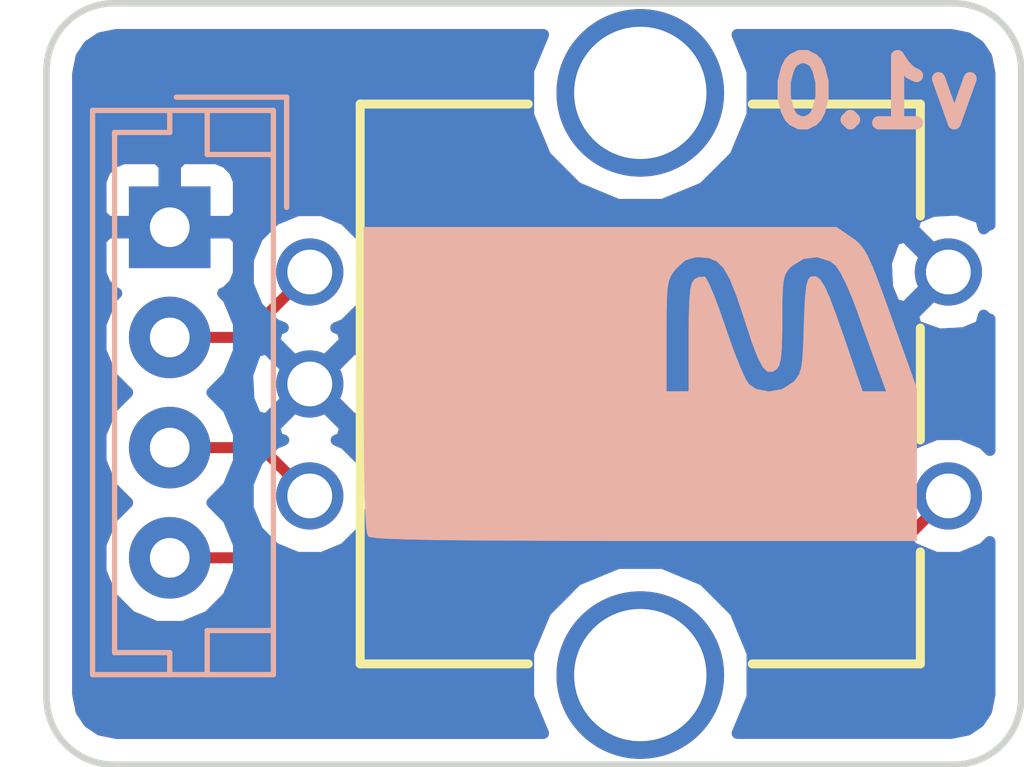
<source format=kicad_pcb>
(kicad_pcb (version 4) (host pcbnew 4.0.7)

  (general
    (links 5)
    (no_connects 0)
    (area 155.626999 126.416999 177.875001 143.839001)
    (thickness 1.6)
    (drawings 9)
    (tracks 7)
    (zones 0)
    (modules 3)
    (nets 5)
  )

  (page A4)
  (layers
    (0 F.Cu signal)
    (31 B.Cu signal)
    (32 B.Adhes user)
    (33 F.Adhes user)
    (34 B.Paste user)
    (35 F.Paste user)
    (36 B.SilkS user)
    (37 F.SilkS user)
    (38 B.Mask user)
    (39 F.Mask user)
    (40 Dwgs.User user)
    (41 Cmts.User user)
    (42 Eco1.User user)
    (43 Eco2.User user)
    (44 Edge.Cuts user)
    (45 Margin user)
    (46 B.CrtYd user)
    (47 F.CrtYd user)
    (48 B.Fab user)
    (49 F.Fab user)
  )

  (setup
    (last_trace_width 0.25)
    (trace_clearance 0.2)
    (zone_clearance 0.508)
    (zone_45_only no)
    (trace_min 0.2)
    (segment_width 0.2)
    (edge_width 0.15)
    (via_size 0.6)
    (via_drill 0.4)
    (via_min_size 0.4)
    (via_min_drill 0.3)
    (uvia_size 0.3)
    (uvia_drill 0.1)
    (uvias_allowed no)
    (uvia_min_size 0.2)
    (uvia_min_drill 0.1)
    (pcb_text_width 0.3)
    (pcb_text_size 1.5 1.5)
    (mod_edge_width 0.15)
    (mod_text_size 1 1)
    (mod_text_width 0.15)
    (pad_size 3.8 3.8)
    (pad_drill 3)
    (pad_to_mask_clearance 0.2)
    (aux_axis_origin 0 0)
    (visible_elements FFFCFF7F)
    (pcbplotparams
      (layerselection 0x00030_80000001)
      (usegerberextensions false)
      (excludeedgelayer true)
      (linewidth 0.100000)
      (plotframeref false)
      (viasonmask false)
      (mode 1)
      (useauxorigin false)
      (hpglpennumber 1)
      (hpglpenspeed 20)
      (hpglpendiameter 15)
      (hpglpenoverlay 2)
      (psnegative false)
      (psa4output false)
      (plotreference true)
      (plotvalue true)
      (plotinvisibletext false)
      (padsonsilk false)
      (subtractmaskfromsilk false)
      (outputformat 1)
      (mirror false)
      (drillshape 1)
      (scaleselection 1)
      (outputdirectory ""))
  )

  (net 0 "")
  (net 1 GND)
  (net 2 "Net-(J1-Pad2)")
  (net 3 "Net-(J1-Pad3)")
  (net 4 "Net-(J1-Pad4)")

  (net_class Default "This is the default net class."
    (clearance 0.2)
    (trace_width 0.25)
    (via_dia 0.6)
    (via_drill 0.4)
    (uvia_dia 0.3)
    (uvia_drill 0.1)
    (add_net GND)
    (add_net "Net-(J1-Pad2)")
    (add_net "Net-(J1-Pad3)")
    (add_net "Net-(J1-Pad4)")
  )

  (module Connectors_JST:JST_EH_B04B-EH-A_04x2.50mm_Straight (layer B.Cu) (tedit 5A651626) (tstamp 5A6511BE)
    (at 158.496 131.572 270)
    (descr "JST EH series connector, B04B-EH-A, 2.50mm pitch, top entry")
    (tags "connector jst eh top vertical straight")
    (path /5A650D5A)
    (fp_text reference J1 (at 3.75 3 270) (layer B.SilkS) hide
      (effects (font (size 1 1) (thickness 0.15)) (justify mirror))
    )
    (fp_text value Conn_01x04 (at 3.75 -3.5 270) (layer B.Fab)
      (effects (font (size 1 1) (thickness 0.15)) (justify mirror))
    )
    (fp_text user %R (at 3.75 3 270) (layer B.Fab)
      (effects (font (size 1 1) (thickness 0.15)) (justify mirror))
    )
    (fp_line (start -2.5 1.6) (end -2.5 -2.2) (layer B.Fab) (width 0.1))
    (fp_line (start -2.5 -2.2) (end 10 -2.2) (layer B.Fab) (width 0.1))
    (fp_line (start 10 -2.2) (end 10 1.6) (layer B.Fab) (width 0.1))
    (fp_line (start 10 1.6) (end -2.5 1.6) (layer B.Fab) (width 0.1))
    (fp_line (start -2.65 1.75) (end -2.65 -2.35) (layer B.SilkS) (width 0.12))
    (fp_line (start -2.65 -2.35) (end 10.15 -2.35) (layer B.SilkS) (width 0.12))
    (fp_line (start 10.15 -2.35) (end 10.15 1.75) (layer B.SilkS) (width 0.12))
    (fp_line (start 10.15 1.75) (end -2.65 1.75) (layer B.SilkS) (width 0.12))
    (fp_line (start -2.65 0) (end -2.15 0) (layer B.SilkS) (width 0.12))
    (fp_line (start -2.15 0) (end -2.15 1.25) (layer B.SilkS) (width 0.12))
    (fp_line (start -2.15 1.25) (end 9.65 1.25) (layer B.SilkS) (width 0.12))
    (fp_line (start 9.65 1.25) (end 9.65 0) (layer B.SilkS) (width 0.12))
    (fp_line (start 9.65 0) (end 10.15 0) (layer B.SilkS) (width 0.12))
    (fp_line (start -2.65 -0.85) (end -1.65 -0.85) (layer B.SilkS) (width 0.12))
    (fp_line (start -1.65 -0.85) (end -1.65 -2.35) (layer B.SilkS) (width 0.12))
    (fp_line (start 10.15 -0.85) (end 9.15 -0.85) (layer B.SilkS) (width 0.12))
    (fp_line (start 9.15 -0.85) (end 9.15 -2.35) (layer B.SilkS) (width 0.12))
    (fp_line (start -2.95 -0.15) (end -2.95 -2.65) (layer B.SilkS) (width 0.12))
    (fp_line (start -2.95 -2.65) (end -0.45 -2.65) (layer B.SilkS) (width 0.12))
    (fp_line (start -2.95 -0.15) (end -2.95 -2.65) (layer B.Fab) (width 0.1))
    (fp_line (start -2.95 -2.65) (end -0.45 -2.65) (layer B.Fab) (width 0.1))
    (fp_line (start -3.15 2.25) (end -3.15 -2.85) (layer B.CrtYd) (width 0.05))
    (fp_line (start -3.15 -2.85) (end 10.65 -2.85) (layer B.CrtYd) (width 0.05))
    (fp_line (start 10.65 -2.85) (end 10.65 2.25) (layer B.CrtYd) (width 0.05))
    (fp_line (start 10.65 2.25) (end -3.15 2.25) (layer B.CrtYd) (width 0.05))
    (pad 1 thru_hole rect (at 0 0 270) (size 1.85 1.85) (drill 0.9) (layers *.Cu *.Mask)
      (net 1 GND))
    (pad 2 thru_hole circle (at 2.5 0 270) (size 1.85 1.85) (drill 0.9) (layers *.Cu *.Mask)
      (net 2 "Net-(J1-Pad2)"))
    (pad 3 thru_hole circle (at 5 0 270) (size 1.85 1.85) (drill 0.9) (layers *.Cu *.Mask)
      (net 3 "Net-(J1-Pad3)"))
    (pad 4 thru_hole circle (at 7.5 0 270) (size 1.85 1.85) (drill 0.9) (layers *.Cu *.Mask)
      (net 4 "Net-(J1-Pad4)"))
    (model Connectors_JST.3dshapes/JST_EH_B04B-EH-A_04x2.50mm_Straight.wrl
      (at (xyz 0 0 0))
      (scale (xyz 1 1 1))
      (rotate (xyz 0 0 0))
    )
  )

  (module Switches:ROTARY_ENC_PLAIN (layer F.Cu) (tedit 5A6516A8) (tstamp 5A6512ED)
    (at 169.164 135.128 180)
    (descr "ROTARY ENCODER W/ SELECT SWITCH")
    (tags "ROTARY ENCODER W/ SELECT SWITCH")
    (path /5A65126A)
    (attr virtual)
    (fp_text reference S1 (at 3.81 -6.985 180) (layer F.SilkS) hide
      (effects (font (size 0.6096 0.6096) (thickness 0.127)))
    )
    (fp_text value ENCODER-SWITCH (at 3.81 6.985 180) (layer F.SilkS) hide
      (effects (font (size 0.6096 0.6096) (thickness 0.127)))
    )
    (fp_line (start -6.35 -6.35) (end -2.54 -6.35) (layer F.SilkS) (width 0.2032))
    (fp_line (start 2.54 -6.35) (end 6.35 -6.35) (layer F.SilkS) (width 0.2032))
    (fp_line (start 6.35 -6.35) (end 6.35 6.35) (layer F.SilkS) (width 0.2032))
    (fp_line (start 6.35 6.35) (end 2.54 6.35) (layer F.SilkS) (width 0.2032))
    (fp_line (start -2.54 6.35) (end -6.35 6.35) (layer F.SilkS) (width 0.2032))
    (fp_line (start -6.35 6.35) (end -6.35 3.81) (layer F.SilkS) (width 0.2032))
    (fp_line (start -6.35 -6.35) (end -6.35 -3.81) (layer F.SilkS) (width 0.2032))
    (fp_line (start -6.35 -1.27) (end -6.35 1.27) (layer F.SilkS) (width 0.2032))
    (pad A thru_hole circle (at 7.493 2.54 180) (size 1.524 1.524) (drill 1.016) (layers *.Cu *.Mask)
      (net 2 "Net-(J1-Pad2)") (solder_mask_margin 0.1016))
    (pad B thru_hole circle (at 7.493 -2.54 180) (size 1.524 1.524) (drill 1.016) (layers *.Cu *.Mask)
      (net 3 "Net-(J1-Pad3)") (solder_mask_margin 0.1016))
    (pad C thru_hole circle (at 7.493 0 180) (size 1.524 1.524) (drill 1.016) (layers *.Cu *.Mask)
      (net 1 GND) (solder_mask_margin 0.1016))
    (pad P$3 thru_hole circle (at 0 -6.604 180) (size 3.8 3.8) (drill 3) (layers *.Cu *.Mask)
      (solder_mask_margin 0.1016))
    (pad P$4 thru_hole circle (at 0 6.604 180) (size 3.8 3.8) (drill 3) (layers *.Cu *.Mask)
      (solder_mask_margin 0.1016))
    (pad SW+ thru_hole circle (at -6.985 -2.54 180) (size 1.524 1.524) (drill 1.016) (layers *.Cu *.Mask)
      (net 4 "Net-(J1-Pad4)") (solder_mask_margin 0.1016))
    (pad SW- thru_hole circle (at -6.985 2.54 180) (size 1.524 1.524) (drill 1.016) (layers *.Cu *.Mask)
      (net 1 GND) (solder_mask_margin 0.1016))
  )

  (module moshozenfootprints:Moshozen (layer B.Cu) (tedit 0) (tstamp 5A669725)
    (at 169.164 135.128 180)
    (fp_text reference G*** (at 0 0 180) (layer B.SilkS) hide
      (effects (font (thickness 0.3)) (justify mirror))
    )
    (fp_text value LOGO (at 0.75 0 180) (layer B.SilkS) hide
      (effects (font (thickness 0.3)) (justify mirror))
    )
    (fp_poly (pts (xy 6.265333 0.1016) (xy 6.263965 -0.820091) (xy 6.259652 -1.583521) (xy 6.252078 -2.199744)
      (xy 6.240927 -2.679811) (xy 6.225883 -3.034775) (xy 6.20663 -3.275688) (xy 6.182853 -3.413603)
      (xy 6.163733 -3.4544) (xy 6.102303 -3.474845) (xy 5.955819 -3.492619) (xy 5.715507 -3.507866)
      (xy 5.372593 -3.520726) (xy 4.918304 -3.531344) (xy 4.343866 -3.539859) (xy 3.640504 -3.546416)
      (xy 2.799446 -3.551157) (xy 1.811917 -3.554222) (xy 0.669143 -3.555756) (xy -0.101601 -3.556)
      (xy -6.265334 -3.556) (xy -6.265334 -0.169334) (xy -5.580412 -0.169334) (xy -5.30904 -0.168927)
      (xy -5.037667 -0.16852) (xy -4.614948 1.06543) (xy -4.432138 1.587832) (xy -4.287927 1.967255)
      (xy -4.171758 2.222763) (xy -4.073074 2.373418) (xy -3.981317 2.438283) (xy -3.88593 2.436422)
      (xy -3.860431 2.427823) (xy -3.806261 2.368412) (xy -3.766757 2.222435) (xy -3.738719 1.966246)
      (xy -3.718951 1.5762) (xy -3.711186 1.324247) (xy -3.697098 0.879124) (xy -3.678645 0.56941)
      (xy -3.64962 0.36119) (xy -3.603813 0.220548) (xy -3.535018 0.11357) (xy -3.477742 0.048896)
      (xy -3.223029 -0.118478) (xy -2.917837 -0.174939) (xy -2.625202 -0.116903) (xy -2.464082 -0.008748)
      (xy -2.37933 0.12867) (xy -2.259324 0.392995) (xy -2.118516 0.749262) (xy -1.971357 1.162502)
      (xy -1.934915 1.271687) (xy -1.79395 1.680585) (xy -1.661848 2.028733) (xy -1.551116 2.285591)
      (xy -1.474259 2.42062) (xy -1.459422 2.432907) (xy -1.311257 2.419461) (xy -1.226589 2.369772)
      (xy -1.174951 2.294077) (xy -1.138936 2.150225) (xy -1.116149 1.913059) (xy -1.104192 1.557421)
      (xy -1.100668 1.058154) (xy -1.100667 1.047966) (xy -1.100667 -0.169334) (xy -0.592667 -0.169334)
      (xy -0.592667 1.09417) (xy -0.593742 1.582617) (xy -0.599913 1.93245) (xy -0.615597 2.174388)
      (xy -0.645213 2.339151) (xy -0.693179 2.457458) (xy -0.763914 2.560026) (xy -0.81186 2.61817)
      (xy -1.01212 2.804104) (xy -1.235808 2.873932) (xy -1.346229 2.878666) (xy -1.561621 2.858288)
      (xy -1.73751 2.782824) (xy -1.889164 2.630785) (xy -2.031855 2.38068) (xy -2.180851 2.011016)
      (xy -2.351422 1.500304) (xy -2.372075 1.434855) (xy -2.534855 0.939191) (xy -2.668583 0.592101)
      (xy -2.783807 0.377521) (xy -2.891078 0.27939) (xy -3.000945 0.281643) (xy -3.091412 0.339561)
      (xy -3.147991 0.424445) (xy -3.185668 0.585893) (xy -3.207511 0.851049) (xy -3.216589 1.247057)
      (xy -3.217334 1.453549) (xy -3.219299 1.884638) (xy -3.229131 2.180984) (xy -3.252733 2.377165)
      (xy -3.296008 2.507757) (xy -3.364859 2.60734) (xy -3.425152 2.670848) (xy -3.70066 2.841573)
      (xy -4.015157 2.878793) (xy -4.312061 2.781534) (xy -4.430355 2.688166) (xy -4.539839 2.527089)
      (xy -4.678747 2.250523) (xy -4.825237 1.904366) (xy -4.903818 1.693333) (xy -5.052689 1.274741)
      (xy -5.207005 0.845461) (xy -5.34124 0.476351) (xy -5.384184 0.359833) (xy -5.580412 -0.169334)
      (xy -6.265334 -0.169334) (xy -6.265334 -0.095834) (xy -5.757079 1.327916) (xy -5.550557 1.903958)
      (xy -5.389061 2.342891) (xy -5.261303 2.667299) (xy -5.155997 2.89977) (xy -5.061853 3.062889)
      (xy -4.967585 3.179242) (xy -4.861904 3.271414) (xy -4.744097 3.354814) (xy -4.448026 3.556)
      (xy 6.265333 3.556) (xy 6.265333 0.1016)) (layer B.SilkS) (width 0.01))
  )

  (gr_line (start 155.702 142.24) (end 155.702 128.016) (angle 90) (layer Edge.Cuts) (width 0.15))
  (gr_line (start 176.276 143.764) (end 157.226 143.764) (angle 90) (layer Edge.Cuts) (width 0.15))
  (gr_line (start 177.8 128.016) (end 177.8 142.24) (angle 90) (layer Edge.Cuts) (width 0.15))
  (gr_line (start 157.226 126.492) (end 176.276 126.492) (angle 90) (layer Edge.Cuts) (width 0.15))
  (gr_arc (start 157.226 142.24) (end 157.226 143.764) (angle 90) (layer Edge.Cuts) (width 0.15))
  (gr_arc (start 176.276 142.24) (end 177.8 142.24) (angle 90) (layer Edge.Cuts) (width 0.15))
  (gr_arc (start 176.276 128.016) (end 176.276 126.492) (angle 90) (layer Edge.Cuts) (width 0.15))
  (gr_arc (start 157.226 128.016) (end 155.702 128.016) (angle 90) (layer Edge.Cuts) (width 0.15))
  (gr_text v1.0 (at 174.498 128.524) (layer B.SilkS)
    (effects (font (size 1.5 1.5) (thickness 0.3)) (justify mirror))
  )

  (segment (start 158.496 134.072) (end 160.187 134.072) (width 0.25) (layer F.Cu) (net 2) (status 400000))
  (segment (start 160.187 134.072) (end 161.671 132.588) (width 0.25) (layer F.Cu) (net 2) (tstamp 5A6697B7) (status 800000))
  (segment (start 158.496 136.572) (end 160.575 136.572) (width 0.25) (layer F.Cu) (net 3) (status 400000))
  (segment (start 160.575 136.572) (end 161.671 137.668) (width 0.25) (layer F.Cu) (net 3) (tstamp 5A6697BB) (status 800000))
  (segment (start 161.925 137.922) (end 162.179 137.668) (width 0.25) (layer B.Cu) (net 3) (tstamp 5A6517B9))
  (segment (start 158.496 139.072) (end 174.745 139.072) (width 0.25) (layer F.Cu) (net 4) (status 400000))
  (segment (start 174.745 139.072) (end 176.149 137.668) (width 0.25) (layer F.Cu) (net 4) (tstamp 5A6697BF) (status 800000))

  (zone (net 1) (net_name GND) (layer F.Cu) (tstamp 5A651463) (hatch edge 0.508)
    (connect_pads (clearance 0.508))
    (min_thickness 0.254)
    (fill yes (arc_segments 16) (thermal_gap 0.508) (thermal_bridge_width 0.508))
    (polygon
      (pts
        (xy 177.8 143.764) (xy 155.702 143.764) (xy 155.702 126.492) (xy 177.8 126.492)
      )
    )
    (filled_polygon
      (pts
        (xy 166.629441 128.017545) (xy 166.628561 129.026031) (xy 167.013678 129.958086) (xy 167.726163 130.671816) (xy 168.657545 131.058559)
        (xy 169.666031 131.059439) (xy 170.598086 130.674322) (xy 171.311816 129.961837) (xy 171.698559 129.030455) (xy 171.699439 128.021969)
        (xy 171.360635 127.202) (xy 176.206073 127.202) (xy 176.582182 127.276814) (xy 176.841749 127.45025) (xy 177.015188 127.70982)
        (xy 177.09 128.085927) (xy 177.09 131.518156) (xy 177.064618 131.492774) (xy 176.949607 131.607785) (xy 176.880143 131.365603)
        (xy 176.356698 131.178856) (xy 175.801632 131.206638) (xy 175.417857 131.365603) (xy 175.348392 131.607787) (xy 176.149 132.408395)
        (xy 176.163143 132.394253) (xy 176.342748 132.573858) (xy 176.328605 132.588) (xy 176.342748 132.602143) (xy 176.163143 132.781748)
        (xy 176.149 132.767605) (xy 175.348392 133.568213) (xy 175.417857 133.810397) (xy 175.941302 133.997144) (xy 176.496368 133.969362)
        (xy 176.880143 133.810397) (xy 176.949607 133.568215) (xy 177.064618 133.683226) (xy 177.09 133.657844) (xy 177.09 136.633261)
        (xy 176.94137 136.484371) (xy 176.4281 136.271243) (xy 175.872339 136.270758) (xy 175.358697 136.48299) (xy 174.965371 136.87563)
        (xy 174.752243 137.3889) (xy 174.751758 137.944661) (xy 174.765143 137.977055) (xy 174.430198 138.312) (xy 162.916238 138.312)
        (xy 163.067757 137.9471) (xy 163.068242 137.391339) (xy 162.85601 136.877697) (xy 162.46337 136.484371) (xy 162.271273 136.404605)
        (xy 162.402143 136.350397) (xy 162.471608 136.108213) (xy 161.671 135.307605) (xy 161.656858 135.321748) (xy 161.477253 135.142143)
        (xy 161.491395 135.128) (xy 161.850605 135.128) (xy 162.651213 135.928608) (xy 162.893397 135.859143) (xy 163.080144 135.335698)
        (xy 163.052362 134.780632) (xy 162.893397 134.396857) (xy 162.651213 134.327392) (xy 161.850605 135.128) (xy 161.491395 135.128)
        (xy 161.477253 135.113858) (xy 161.656858 134.934253) (xy 161.671 134.948395) (xy 162.471608 134.147787) (xy 162.402143 133.905603)
        (xy 162.261682 133.855491) (xy 162.461303 133.77301) (xy 162.854629 133.38037) (xy 163.067757 132.8671) (xy 163.068181 132.380302)
        (xy 174.739856 132.380302) (xy 174.767638 132.935368) (xy 174.926603 133.319143) (xy 175.168787 133.388608) (xy 175.969395 132.588)
        (xy 175.168787 131.787392) (xy 174.926603 131.856857) (xy 174.739856 132.380302) (xy 163.068181 132.380302) (xy 163.068242 132.311339)
        (xy 162.85601 131.797697) (xy 162.46337 131.404371) (xy 161.9501 131.191243) (xy 161.394339 131.190758) (xy 160.880697 131.40299)
        (xy 160.487371 131.79563) (xy 160.274243 132.3089) (xy 160.273758 132.864661) (xy 160.287143 132.897055) (xy 159.872198 133.312)
        (xy 159.869897 133.312) (xy 159.819275 133.189486) (xy 159.699118 133.069119) (xy 159.780699 133.035327) (xy 159.959327 132.856698)
        (xy 160.056 132.623309) (xy 160.056 131.85775) (xy 159.89725 131.699) (xy 158.623 131.699) (xy 158.623 131.719)
        (xy 158.369 131.719) (xy 158.369 131.699) (xy 157.09475 131.699) (xy 156.936 131.85775) (xy 156.936 132.623309)
        (xy 157.032673 132.856698) (xy 157.211301 133.035327) (xy 157.292635 133.069017) (xy 157.174268 133.187177) (xy 156.936272 133.760336)
        (xy 156.93573 134.380942) (xy 157.172725 134.954514) (xy 157.539826 135.322256) (xy 157.174268 135.687177) (xy 156.936272 136.260336)
        (xy 156.93573 136.880942) (xy 157.172725 137.454514) (xy 157.539826 137.822256) (xy 157.174268 138.187177) (xy 156.936272 138.760336)
        (xy 156.93573 139.380942) (xy 157.172725 139.954514) (xy 157.611177 140.393732) (xy 158.184336 140.631728) (xy 158.804942 140.63227)
        (xy 159.378514 140.395275) (xy 159.817732 139.956823) (xy 159.869563 139.832) (xy 167.479155 139.832) (xy 167.016184 140.294163)
        (xy 166.629441 141.225545) (xy 166.628561 142.234031) (xy 166.967365 143.054) (xy 157.295927 143.054) (xy 156.91982 142.979188)
        (xy 156.66025 142.805749) (xy 156.486814 142.546182) (xy 156.412 142.170073) (xy 156.412 130.520691) (xy 156.936 130.520691)
        (xy 156.936 131.28625) (xy 157.09475 131.445) (xy 158.369 131.445) (xy 158.369 130.17075) (xy 158.623 130.17075)
        (xy 158.623 131.445) (xy 159.89725 131.445) (xy 160.056 131.28625) (xy 160.056 130.520691) (xy 159.959327 130.287302)
        (xy 159.780699 130.108673) (xy 159.54731 130.012) (xy 158.78175 130.012) (xy 158.623 130.17075) (xy 158.369 130.17075)
        (xy 158.21025 130.012) (xy 157.44469 130.012) (xy 157.211301 130.108673) (xy 157.032673 130.287302) (xy 156.936 130.520691)
        (xy 156.412 130.520691) (xy 156.412 128.085927) (xy 156.486814 127.709818) (xy 156.66025 127.450251) (xy 156.91982 127.276812)
        (xy 157.295927 127.202) (xy 166.968084 127.202)
      )
    )
  )
  (zone (net 1) (net_name GND) (layer B.Cu) (tstamp 5A651474) (hatch edge 0.508)
    (connect_pads (clearance 0.508))
    (min_thickness 0.254)
    (fill yes (arc_segments 16) (thermal_gap 0.508) (thermal_bridge_width 0.508))
    (polygon
      (pts
        (xy 155.702 126.492) (xy 177.8 126.492) (xy 177.8 143.764) (xy 155.702 143.764) (xy 155.702 126.746)
      )
    )
    (filled_polygon
      (pts
        (xy 166.629441 128.017545) (xy 166.628561 129.026031) (xy 167.013678 129.958086) (xy 167.726163 130.671816) (xy 168.657545 131.058559)
        (xy 169.666031 131.059439) (xy 170.598086 130.674322) (xy 171.311816 129.961837) (xy 171.698559 129.030455) (xy 171.699439 128.021969)
        (xy 171.360635 127.202) (xy 176.206073 127.202) (xy 176.582182 127.276814) (xy 176.841749 127.45025) (xy 177.015188 127.70982)
        (xy 177.09 128.085927) (xy 177.09 131.518156) (xy 177.064618 131.492774) (xy 176.949607 131.607785) (xy 176.880143 131.365603)
        (xy 176.356698 131.178856) (xy 175.801632 131.206638) (xy 175.417857 131.365603) (xy 175.348392 131.607787) (xy 176.149 132.408395)
        (xy 176.163143 132.394253) (xy 176.342748 132.573858) (xy 176.328605 132.588) (xy 176.342748 132.602143) (xy 176.163143 132.781748)
        (xy 176.149 132.767605) (xy 175.348392 133.568213) (xy 175.417857 133.810397) (xy 175.941302 133.997144) (xy 176.496368 133.969362)
        (xy 176.880143 133.810397) (xy 176.949607 133.568215) (xy 177.064618 133.683226) (xy 177.09 133.657844) (xy 177.09 136.633261)
        (xy 176.94137 136.484371) (xy 176.4281 136.271243) (xy 175.872339 136.270758) (xy 175.358697 136.48299) (xy 174.965371 136.87563)
        (xy 174.752243 137.3889) (xy 174.751758 137.944661) (xy 174.96399 138.458303) (xy 175.35663 138.851629) (xy 175.8699 139.064757)
        (xy 176.425661 139.065242) (xy 176.939303 138.85301) (xy 177.09 138.702576) (xy 177.09 142.170073) (xy 177.015188 142.54618)
        (xy 176.841749 142.80575) (xy 176.582182 142.979186) (xy 176.206073 143.054) (xy 171.359916 143.054) (xy 171.698559 142.238455)
        (xy 171.699439 141.229969) (xy 171.314322 140.297914) (xy 170.601837 139.584184) (xy 169.670455 139.197441) (xy 168.661969 139.196561)
        (xy 167.729914 139.581678) (xy 167.016184 140.294163) (xy 166.629441 141.225545) (xy 166.628561 142.234031) (xy 166.967365 143.054)
        (xy 157.295927 143.054) (xy 156.91982 142.979188) (xy 156.66025 142.805749) (xy 156.486814 142.546182) (xy 156.412 142.170073)
        (xy 156.412 134.380942) (xy 156.93573 134.380942) (xy 157.172725 134.954514) (xy 157.539826 135.322256) (xy 157.174268 135.687177)
        (xy 156.936272 136.260336) (xy 156.93573 136.880942) (xy 157.172725 137.454514) (xy 157.539826 137.822256) (xy 157.174268 138.187177)
        (xy 156.936272 138.760336) (xy 156.93573 139.380942) (xy 157.172725 139.954514) (xy 157.611177 140.393732) (xy 158.184336 140.631728)
        (xy 158.804942 140.63227) (xy 159.378514 140.395275) (xy 159.817732 139.956823) (xy 160.055728 139.383664) (xy 160.05627 138.763058)
        (xy 159.819275 138.189486) (xy 159.574877 137.944661) (xy 160.273758 137.944661) (xy 160.48599 138.458303) (xy 160.87863 138.851629)
        (xy 161.3919 139.064757) (xy 161.947661 139.065242) (xy 162.461303 138.85301) (xy 162.854629 138.46037) (xy 163.067757 137.9471)
        (xy 163.068242 137.391339) (xy 162.85601 136.877697) (xy 162.46337 136.484371) (xy 162.271273 136.404605) (xy 162.402143 136.350397)
        (xy 162.471608 136.108213) (xy 161.671 135.307605) (xy 160.870392 136.108213) (xy 160.939857 136.350397) (xy 161.080318 136.400509)
        (xy 160.880697 136.48299) (xy 160.487371 136.87563) (xy 160.274243 137.3889) (xy 160.273758 137.944661) (xy 159.574877 137.944661)
        (xy 159.452174 137.821744) (xy 159.817732 137.456823) (xy 160.055728 136.883664) (xy 160.05627 136.263058) (xy 159.819275 135.689486)
        (xy 159.452174 135.321744) (xy 159.817732 134.956823) (xy 159.832896 134.920302) (xy 160.261856 134.920302) (xy 160.289638 135.475368)
        (xy 160.448603 135.859143) (xy 160.690787 135.928608) (xy 161.491395 135.128) (xy 161.850605 135.128) (xy 162.651213 135.928608)
        (xy 162.893397 135.859143) (xy 163.080144 135.335698) (xy 163.052362 134.780632) (xy 162.893397 134.396857) (xy 162.651213 134.327392)
        (xy 161.850605 135.128) (xy 161.491395 135.128) (xy 160.690787 134.327392) (xy 160.448603 134.396857) (xy 160.261856 134.920302)
        (xy 159.832896 134.920302) (xy 160.055728 134.383664) (xy 160.05627 133.763058) (xy 159.819275 133.189486) (xy 159.699118 133.069119)
        (xy 159.780699 133.035327) (xy 159.951364 132.864661) (xy 160.273758 132.864661) (xy 160.48599 133.378303) (xy 160.87863 133.771629)
        (xy 161.070727 133.851395) (xy 160.939857 133.905603) (xy 160.870392 134.147787) (xy 161.671 134.948395) (xy 162.471608 134.147787)
        (xy 162.402143 133.905603) (xy 162.261682 133.855491) (xy 162.461303 133.77301) (xy 162.854629 133.38037) (xy 163.067757 132.8671)
        (xy 163.068181 132.380302) (xy 174.739856 132.380302) (xy 174.767638 132.935368) (xy 174.926603 133.319143) (xy 175.168787 133.388608)
        (xy 175.969395 132.588) (xy 175.168787 131.787392) (xy 174.926603 131.856857) (xy 174.739856 132.380302) (xy 163.068181 132.380302)
        (xy 163.068242 132.311339) (xy 162.85601 131.797697) (xy 162.46337 131.404371) (xy 161.9501 131.191243) (xy 161.394339 131.190758)
        (xy 160.880697 131.40299) (xy 160.487371 131.79563) (xy 160.274243 132.3089) (xy 160.273758 132.864661) (xy 159.951364 132.864661)
        (xy 159.959327 132.856698) (xy 160.056 132.623309) (xy 160.056 131.85775) (xy 159.89725 131.699) (xy 158.623 131.699)
        (xy 158.623 131.719) (xy 158.369 131.719) (xy 158.369 131.699) (xy 157.09475 131.699) (xy 156.936 131.85775)
        (xy 156.936 132.623309) (xy 157.032673 132.856698) (xy 157.211301 133.035327) (xy 157.292635 133.069017) (xy 157.174268 133.187177)
        (xy 156.936272 133.760336) (xy 156.93573 134.380942) (xy 156.412 134.380942) (xy 156.412 130.520691) (xy 156.936 130.520691)
        (xy 156.936 131.28625) (xy 157.09475 131.445) (xy 158.369 131.445) (xy 158.369 130.17075) (xy 158.623 130.17075)
        (xy 158.623 131.445) (xy 159.89725 131.445) (xy 160.056 131.28625) (xy 160.056 130.520691) (xy 159.959327 130.287302)
        (xy 159.780699 130.108673) (xy 159.54731 130.012) (xy 158.78175 130.012) (xy 158.623 130.17075) (xy 158.369 130.17075)
        (xy 158.21025 130.012) (xy 157.44469 130.012) (xy 157.211301 130.108673) (xy 157.032673 130.287302) (xy 156.936 130.520691)
        (xy 156.412 130.520691) (xy 156.412 128.085927) (xy 156.486814 127.709818) (xy 156.66025 127.450251) (xy 156.91982 127.276812)
        (xy 157.295927 127.202) (xy 166.968084 127.202)
      )
    )
  )
)

</source>
